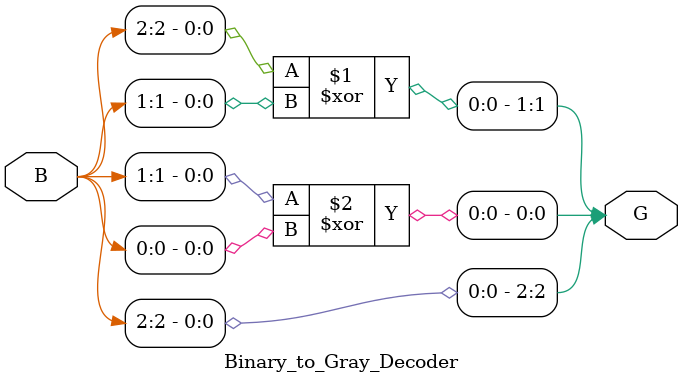
<source format=v>
module Binary_to_Gray_Decoder(input [2:0]B,
			      output [2:0]G 
					);
	assign G[2] = B[2];
	assign G[1] = B[2] ^ B[1];
	assign G[0] = B[1] ^ B[0];

endmodule : Binary_to_Gray_Decoder


</source>
